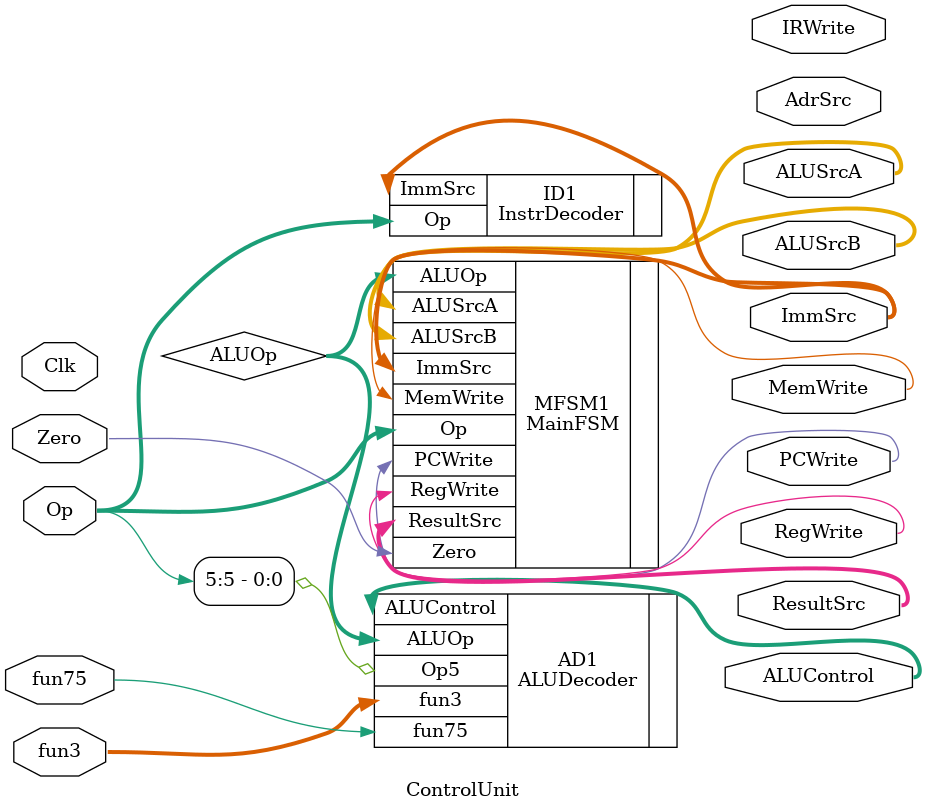
<source format=v>
`timescale 1ns / 1ps


module ControlUnit(Clk,
Zero,
fun75,
fun3,
Op,
PCWrite,
AdrSrc,
MemWrite,
IRWrite,
ResultSrc,
ALUControl,
ALUSrcB,
ALUSrcA,
ImmSrc,
RegWrite);

input Clk,Zero,fun75;
input [6:0]Op;
input [2:0]fun3;
output PCWrite,AdrSrc,MemWrite,IRWrite,RegWrite;
output [1:0]ResultSrc,ALUSrcA,ALUSrcB,ImmSrc;
output [2:0]ALUControl;

wire [1:0] ALUOp;
MainFSM MFSM1(.ALUOp(ALUOp), .PCWrite(PCWrite), .ResultSrc(ResultSrc), .MemWrite(MemWrite), .ALUSrcA(ALUSrcA), .ALUSrcB(ALUSrcB), .ImmSrc(ImmSrc), .RegWrite(RegWrite),.Zero(Zero),.Op(Op) );
ALUDecoder AD1(.ALUOp(ALUOp),.Op5(Op[5]), .fun3(fun3),.fun75(fun75),.ALUControl(ALUControl));
InstrDecoder ID1(.Op(Op),.ImmSrc(ImmSrc));
endmodule
</source>
